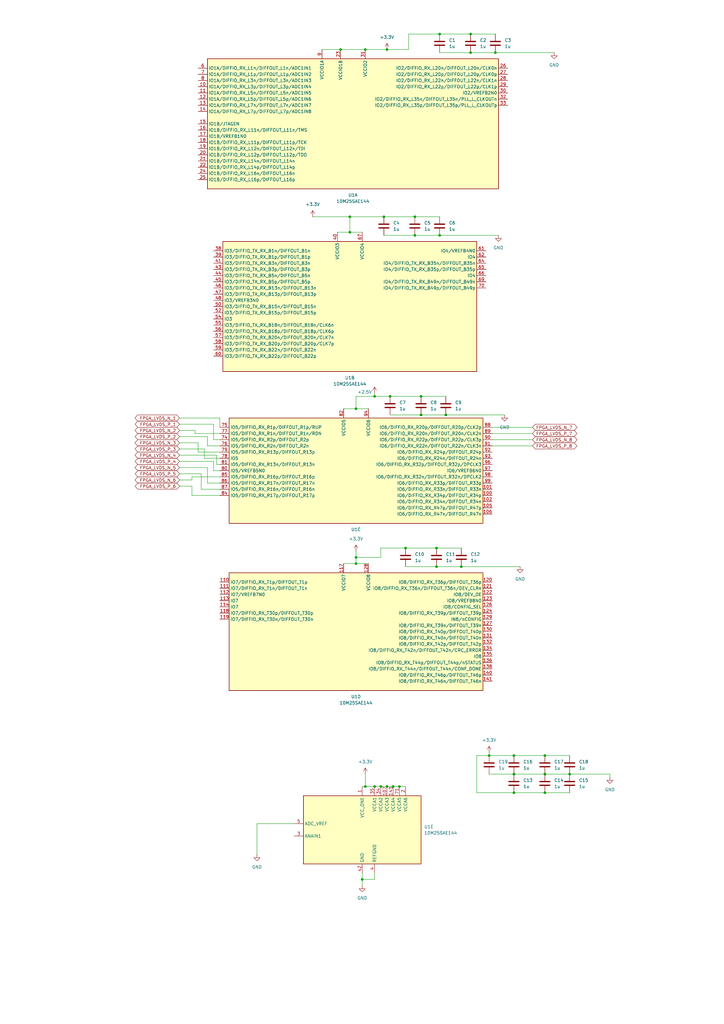
<source format=kicad_sch>
(kicad_sch (version 20231120) (generator "eeschema") (generator_version "8.0")
  (paper "A3" portrait)
  (lib_symbols
    (symbol "Device:C" (pin_numbers hide) (pin_names (offset 0.254))
      (property "Reference" "C" (at 0.635 2.54 0))
      (property "Value" "C" (at 0.635 -2.54 0))
      (symbol "C_0_1"
        (polyline (pts (xy -2.032 -0.762) (xy 2.032 -0.762)) (stroke (width 0.508)))
        (polyline (pts (xy -2.032 0.762) (xy 2.032 0.762)) (stroke (width 0.508)))
      )
      (symbol "C_1_1"
        (pin passive line (at 0 3.81 270) (length 2.794) (name "~") (number "1"))
        (pin passive line (at 0 -3.81 90) (length 2.794) (name "~") (number "2"))
      )
    )
    (symbol "Gekkio_FPGA_Intel:10M25SAE144"
      (property "Reference" "U" (at 0 0 0))
      (property "Value" "10M25SAE144" (at 0 -2.54 0))
      (symbol "10M25SAE144_1_1"
        (rectangle (start -59.69 26.67) (end 59.69 -26.67) (stroke (width 0.254)) (fill (type background)))
        (pin bidirectional line (at -63.5 15.24 0) (length 3.81) (name "IO1A/DIFFIO_RX_L3p/DIFFOUT_L3p/ADC1IN4") (number "10"))
        (pin bidirectional line (at -63.5 12.7 0) (length 3.81) (name "IO1A/DIFFIO_RX_L5n/DIFFOUT_L5n/ADC1IN5") (number "11"))
        (pin bidirectional line (at -63.5 10.16 0) (length 3.81) (name "IO1A/DIFFIO_RX_L5p/DIFFOUT_L5p/ADC1IN6") (number "12"))
        (pin bidirectional line (at -63.5 7.62 0) (length 3.81) (name "IO1A/DIFFIO_RX_L7n/DIFFOUT_L7n/ADC1IN7") (number "13"))
        (pin bidirectional line (at -63.5 5.08 0) (length 3.81) (name "IO1A/DIFFIO_RX_L7p/DIFFOUT_L7p/ADC1IN8") (number "14"))
        (pin bidirectional line (at -63.5 0 0) (length 3.81) (name "IO1B/JTAGEN") (number "15"))
        (pin bidirectional line (at -63.5 -2.54 0) (length 3.81) (name "IO1B/DIFFIO_RX_L11n/DIFFOUT_L11n/TMS") (number "16"))
        (pin bidirectional line (at -63.5 -5.08 0) (length 3.81) (name "IO1B/VREFB1N0") (number "17"))
        (pin bidirectional line (at -63.5 -7.62 0) (length 3.81) (name "IO1B/DIFFIO_RX_L11p/DIFFOUT_L11p/TCK") (number "18"))
        (pin bidirectional line (at -63.5 -10.16 0) (length 3.81) (name "IO1B/DIFFIO_RX_L12n/DIFFOUT_L12n/TDI") (number "19"))
        (pin bidirectional line (at -63.5 -12.7 0) (length 3.81) (name "IO1B/DIFFIO_RX_L12p/DIFFOUT_L12p/TDO") (number "20"))
        (pin bidirectional line (at -63.5 -15.24 0) (length 3.81) (name "IO1B/DIFFIO_RX_L14n/DIFFOUT_L14n") (number "21"))
        (pin bidirectional line (at -63.5 -17.78 0) (length 3.81) (name "IO1B/DIFFIO_RX_L14p/DIFFOUT_L14p") (number "22"))
        (pin power_in line (at -5.08 30.48 270) (length 3.81) (name "VCCIO1B") (number "23"))
        (pin bidirectional line (at -63.5 -20.32 0) (length 3.81) (name "IO1B/DIFFIO_RX_L16n/DIFFOUT_L16n") (number "24"))
        (pin bidirectional line (at -63.5 -22.86 0) (length 3.81) (name "IO1B/DIFFIO_RX_L16p/DIFFOUT_L16p") (number "25"))
        (pin bidirectional line (at 63.5 22.86 180) (length 3.81) (name "IO2/DIFFIO_RX_L20n/DIFFOUT_L20n/CLK0n") (number "26"))
        (pin bidirectional line (at 63.5 20.32 180) (length 3.81) (name "IO2/DIFFIO_RX_L20p/DIFFOUT_L20p/CLK0p") (number "27"))
        (pin bidirectional line (at 63.5 17.78 180) (length 3.81) (name "IO2/DIFFIO_RX_L22n/DIFFOUT_L22n/CLK1n") (number "28"))
        (pin bidirectional line (at 63.5 15.24 180) (length 3.81) (name "IO2/DIFFIO_RX_L22p/DIFFOUT_L22p/CLK1p") (number "29"))
        (pin bidirectional line (at 63.5 12.7 180) (length 3.81) (name "IO2/VREFB2N0") (number "30"))
        (pin power_in line (at 5.08 30.48 270) (length 3.81) (name "VCCIO2") (number "31"))
        (pin bidirectional line (at 63.5 10.16 180) (length 3.81) (name "IO2/DIFFIO_RX_L35n/DIFFOUT_L35n/PLL_L_CLKOUTn") (number "32"))
        (pin bidirectional line (at 63.5 7.62 180) (length 3.81) (name "IO2/DIFFIO_RX_L35p/DIFFOUT_L35p/PLL_L_CLKOUTp") (number "33"))
        (pin bidirectional line (at -63.5 22.86 0) (length 3.81) (name "IO1A/DIFFIO_RX_L1n/DIFFOUT_L1n/ADC1IN1") (number "6"))
        (pin bidirectional line (at -63.5 20.32 0) (length 3.81) (name "IO1A/DIFFIO_RX_L1p/DIFFOUT_L1p/ADC1IN2") (number "7"))
        (pin bidirectional line (at -63.5 17.78 0) (length 3.81) (name "IO1A/DIFFIO_RX_L3n/DIFFOUT_L3n/ADC1IN3") (number "8"))
        (pin power_in line (at -12.7 30.48 270) (length 3.81) (name "VCCIO1A") (number "9"))
      )
      (symbol "10M25SAE144_2_1"
        (rectangle (start -52.07 26.67) (end 52.07 -26.67) (stroke (width 0.254)) (fill (type background)))
        (pin bidirectional line (at -55.88 22.86 0) (length 3.81) (name "IO3/DIFFIO_TX_RX_B1n/DIFFOUT_B1n") (number "38"))
        (pin bidirectional line (at -55.88 20.32 0) (length 3.81) (name "IO3/DIFFIO_TX_RX_B1p/DIFFOUT_B1p") (number "39"))
        (pin power_in line (at -5.08 30.48 270) (length 3.81) (name "VCCIO3") (number "40"))
        (pin bidirectional line (at -55.88 17.78 0) (length 3.81) (name "IO3/DIFFIO_TX_RX_B3n/DIFFOUT_B3n") (number "41"))
        (pin bidirectional line (at -55.88 15.24 0) (length 3.81) (name "IO3/DIFFIO_TX_RX_B3p/DIFFOUT_B3p") (number "43"))
        (pin bidirectional line (at -55.88 12.7 0) (length 3.81) (name "IO3/DIFFIO_TX_RX_B5n/DIFFOUT_B5n") (number "44"))
        (pin bidirectional line (at -55.88 10.16 0) (length 3.81) (name "IO3/DIFFIO_TX_RX_B5p/DIFFOUT_B5p") (number "45"))
        (pin bidirectional line (at -55.88 7.62 0) (length 3.81) (name "IO3/DIFFIO_TX_RX_B13n/DIFFOUT_B13n") (number "46"))
        (pin bidirectional line (at -55.88 5.08 0) (length 3.81) (name "IO3/DIFFIO_TX_RX_B13p/DIFFOUT_B13p") (number "47"))
        (pin bidirectional line (at -55.88 2.54 0) (length 3.81) (name "IO3/VREFB3N0") (number "48"))
        (pin passive line (at -5.08 30.48 270) (length 3.81) hide (name "VCCIO3") (number "49"))
        (pin bidirectional line (at -55.88 0 0) (length 3.81) (name "IO3/DIFFIO_TX_RX_B15n/DIFFOUT_B15n") (number "50"))
        (pin bidirectional line (at -55.88 -2.54 0) (length 3.81) (name "IO3/DIFFIO_TX_RX_B15p/DIFFOUT_B15p") (number "52"))
        (pin bidirectional line (at -55.88 -5.08 0) (length 3.81) (name "IO3") (number "54"))
        (pin bidirectional line (at -55.88 -7.62 0) (length 3.81) (name "IO3/DIFFIO_TX_RX_B18n/DIFFOUT_B18n/CLK6n") (number "55"))
        (pin bidirectional line (at -55.88 -10.16 0) (length 3.81) (name "IO3/DIFFIO_TX_RX_B18p/DIFFOUT_B18p/CLK6p") (number "56"))
        (pin bidirectional line (at -55.88 -12.7 0) (length 3.81) (name "IO3/DIFFIO_TX_RX_B20n/DIFFOUT_B20n/CLK7n") (number "57"))
        (pin bidirectional line (at -55.88 -15.24 0) (length 3.81) (name "IO3/DIFFIO_TX_RX_B20p/DIFFOUT_B20p/CLK7p") (number "58"))
        (pin bidirectional line (at -55.88 -17.78 0) (length 3.81) (name "IO3/DIFFIO_TX_RX_B22n/DIFFOUT_B22n") (number "59"))
        (pin bidirectional line (at -55.88 -20.32 0) (length 3.81) (name "IO3/DIFFIO_TX_RX_B22p/DIFFOUT_B22p") (number "60"))
        (pin bidirectional line (at 55.88 22.86 180) (length 3.81) (name "IO4/VREFB4N0") (number "61"))
        (pin bidirectional line (at 55.88 20.32 180) (length 3.81) (name "IO4") (number "62"))
        (pin bidirectional line (at 55.88 17.78 180) (length 3.81) (name "IO4/DIFFIO_TX_RX_B35n/DIFFOUT_B35n") (number "64"))
        (pin bidirectional line (at 55.88 15.24 180) (length 3.81) (name "IO4/DIFFIO_TX_RX_B35p/DIFFOUT_B35p") (number "65"))
        (pin bidirectional line (at 55.88 12.7 180) (length 3.81) (name "IO4") (number "66"))
        (pin power_in line (at 5.08 30.48 270) (length 3.81) (name "VCCIO4") (number "67"))
        (pin bidirectional line (at 55.88 10.16 180) (length 3.81) (name "IO4/DIFFIO_TX_RX_B49n/DIFFOUT_B49n") (number "69"))
        (pin bidirectional line (at 55.88 7.62 180) (length 3.81) (name "IO4/DIFFIO_TX_RX_B49p/DIFFOUT_B49p") (number "70"))
      )
      (symbol "10M25SAE144_3_1"
        (rectangle (start -52.07 21.59) (end 52.07 -21.59) (stroke (width 0.254)) (fill (type background)))
        (pin bidirectional line (at 55.88 -10.16 180) (length 3.81) (name "IO6/DIFFIO_RX_R34p/DIFFOUT_R34p") (number "100"))
        (pin bidirectional line (at 55.88 -7.62 180) (length 3.81) (name "IO6/DIFFIO_RX_R33n/DIFFOUT_R33n") (number "101"))
        (pin bidirectional line (at 55.88 -12.7 180) (length 3.81) (name "IO6/DIFFIO_RX_R34n/DIFFOUT_R34n") (number "102"))
        (pin passive line (at 5.08 25.4 270) (length 3.81) hide (name "VCCIO6") (number "103"))
        (pin bidirectional line (at 55.88 -15.24 180) (length 3.81) (name "IO6/DIFFIO_RX_R47p/DIFFOUT_R47p") (number "105"))
        (pin bidirectional line (at 55.88 -17.78 180) (length 3.81) (name "IO6/DIFFIO_RX_R47n/DIFFOUT_R47n") (number "106"))
        (pin bidirectional line (at -55.88 12.7 0) (length 3.81) (name "IO5/DIFFIO_RX_R2p/DIFFOUT_R2p") (number "74"))
        (pin bidirectional line (at -55.88 17.78 0) (length 3.81) (name "IO5/DIFFIO_RX_R1p/DIFFOUT_R1p/RUP") (number "75"))
        (pin bidirectional line (at -55.88 10.16 0) (length 3.81) (name "IO5/DIFFIO_RX_R2n/DIFFOUT_R2n") (number "76"))
        (pin bidirectional line (at -55.88 15.24 0) (length 3.81) (name "IO5/DIFFIO_RX_R1n/DIFFOUT_R1n/RDN") (number "77"))
        (pin bidirectional line (at -55.88 5.08 0) (length 3.81) (name "IO5") (number "78"))
        (pin bidirectional line (at -55.88 7.62 0) (length 3.81) (name "IO5/DIFFIO_RX_R13p/DIFFOUT_R13p") (number "79"))
        (pin bidirectional line (at -55.88 0 0) (length 3.81) (name "IO5/VREFB5N0") (number "80"))
        (pin bidirectional line (at -55.88 2.54 0) (length 3.81) (name "IO5/DIFFIO_RX_R13n/DIFFOUT_R13n") (number "81"))
        (pin power_in line (at -5.08 25.4 270) (length 3.81) (name "VCCIO5") (number "82"))
        (pin bidirectional line (at -55.88 -10.16 0) (length 3.81) (name "IO5/DIFFIO_RX_R17p/DIFFOUT_R17p") (number "84"))
        (pin bidirectional line (at -55.88 -2.54 0) (length 3.81) (name "IO5/DIFFIO_RX_R16p/DIFFOUT_R16p") (number "85"))
        (pin bidirectional line (at -55.88 -5.08 0) (length 3.81) (name "IO5/DIFFIO_RX_R17n/DIFFOUT_R17n") (number "86"))
        (pin bidirectional line (at -55.88 -7.62 0) (length 3.81) (name "IO5/DIFFIO_RX_R16n/DIFFOUT_R16n") (number "87"))
        (pin bidirectional line (at 55.88 17.78 180) (length 3.81) (name "IO6/DIFFIO_RX_R20p/DIFFOUT_R20p/CLK2p") (number "88"))
        (pin bidirectional line (at 55.88 15.24 180) (length 3.81) (name "IO6/DIFFIO_RX_R20n/DIFFOUT_R20n/CLK2n") (number "89"))
        (pin bidirectional line (at 55.88 12.7 180) (length 3.81) (name "IO6/DIFFIO_RX_R22p/DIFFOUT_R22p/CLK3p") (number "90"))
        (pin bidirectional line (at 55.88 10.16 180) (length 3.81) (name "IO6/DIFFIO_RX_R22n/DIFFOUT_R22n/CLK3n") (number "91"))
        (pin bidirectional line (at 55.88 7.62 180) (length 3.81) (name "IO6/DIFFIO_RX_R24p/DIFFOUT_R24p") (number "92"))
        (pin bidirectional line (at 55.88 5.08 180) (length 3.81) (name "IO6/DIFFIO_RX_R24n/DIFFOUT_R24n") (number "93"))
        (pin power_in line (at 5.08 25.4 270) (length 3.81) (name "VCCIO6") (number "94"))
        (pin bidirectional line (at 55.88 2.54 180) (length 3.81) (name "IO6/DIFFIO_RX_R32p/DIFFOUT_R32p/DPCLK3") (number "96"))
        (pin bidirectional line (at 55.88 0 180) (length 3.81) (name "IO6/VREFB6N0") (number "97"))
        (pin bidirectional line (at 55.88 -2.54 180) (length 3.81) (name "IO6/DIFFIO_RX_R32n/DIFFOUT_R32n/DPCLK2") (number "98"))
        (pin bidirectional line (at 55.88 -5.08 180) (length 3.81) (name "IO6/DIFFIO_RX_R33p/DIFFOUT_R33p") (number "99"))
      )
      (symbol "10M25SAE144_4_1"
        (rectangle (start -52.07 24.13) (end 52.07 -24.13) (stroke (width 0.254)) (fill (type background)))
        (pin bidirectional line (at -55.88 20.32 0) (length 3.81) (name "IO7/DIFFIO_RX_T1p/DIFFOUT_T1p") (number "110"))
        (pin bidirectional line (at -55.88 17.78 0) (length 3.81) (name "IO7/DIFFIO_RX_T1n/DIFFOUT_T1n") (number "111"))
        (pin bidirectional line (at -55.88 15.24 0) (length 3.81) (name "IO7/VREFB7N0") (number "112"))
        (pin bidirectional line (at -55.88 12.7 0) (length 3.81) (name "IO7") (number "113"))
        (pin bidirectional line (at -55.88 10.16 0) (length 3.81) (name "IO7") (number "114"))
        (pin power_in line (at -5.08 27.94 270) (length 3.81) (name "VCCIO7") (number "117"))
        (pin bidirectional line (at -55.88 7.62 0) (length 3.81) (name "IO7/DIFFIO_RX_T30p/DIFFOUT_T30p") (number "118"))
        (pin bidirectional line (at -55.88 5.08 0) (length 3.81) (name "IO7/DIFFIO_RX_T30n/DIFFOUT_T30n") (number "119"))
        (pin bidirectional line (at 55.88 20.32 180) (length 3.81) (name "IO8/DIFFIO_RX_T36p/DIFFOUT_T36p") (number "120"))
        (pin bidirectional line (at 55.88 17.78 180) (length 3.81) (name "IO8/DIFFIO_RX_T36n/DIFFOUT_T36n/DEV_CLRn") (number "121"))
        (pin bidirectional line (at 55.88 15.24 180) (length 3.81) (name "IO8/DEV_OE") (number "122"))
        (pin bidirectional line (at 55.88 12.7 180) (length 3.81) (name "IO8/VREFB8N0") (number "123"))
        (pin bidirectional line (at 55.88 7.62 180) (length 3.81) (name "IO8/DIFFIO_RX_T39p/DIFFOUT_T39p") (number "124"))
        (pin bidirectional line (at 55.88 10.16 180) (length 3.81) (name "IO8/CONFIG_SEL") (number "126"))
        (pin bidirectional line (at 55.88 2.54 180) (length 3.81) (name "IO8/DIFFIO_RX_T39n/DIFFOUT_T39n") (number "127"))
        (pin power_in line (at 5.08 27.94 270) (length 3.81) (name "VCCIO8") (number "128"))
        (pin input line (at 55.88 5.08 180) (length 3.81) (name "IN8/nCONFIG") (number "129"))
        (pin bidirectional line (at 55.88 0 180) (length 3.81) (name "IO8/DIFFIO_RX_T40p/DIFFOUT_T40p") (number "130"))
        (pin bidirectional line (at 55.88 -2.54 180) (length 3.81) (name "IO8/DIFFIO_RX_T40n/DIFFOUT_T40n") (number "131"))
        (pin bidirectional line (at 55.88 -5.08 180) (length 3.81) (name "IO8/DIFFIO_RX_T42p/DIFFOUT_T42p") (number "132"))
        (pin bidirectional line (at 55.88 -7.62 180) (length 3.81) (name "IO8/DIFFIO_RX_T42n/DIFFOUT_T42n/CRC_ERROR") (number "134"))
        (pin bidirectional line (at 55.88 -10.16 180) (length 3.81) (name "IO8") (number "135"))
        (pin bidirectional line (at 55.88 -12.7 180) (length 3.81) (name "IO8/DIFFIO_RX_T44p/DIFFOUT_T44p/nSTATUS") (number "136"))
        (pin bidirectional line (at 55.88 -15.24 180) (length 3.81) (name "IO8/DIFFIO_RX_T44n/DIFFOUT_T44n/CONF_DONE") (number "138"))
        (pin passive line (at 5.08 27.94 270) (length 3.81) hide (name "VCCIO8") (number "139"))
        (pin bidirectional line (at 55.88 -17.78 180) (length 3.81) (name "IO8/DIFFIO_RX_T46p/DIFFOUT_T46p") (number "140"))
        (pin bidirectional line (at 55.88 -20.32 180) (length 3.81) (name "IO8/DIFFIO_RX_T46n/DIFFOUT_T46n") (number "141"))
      )
      (symbol "10M25SAE144_5_1"
        (rectangle (start -24.13 13.97) (end 24.13 -13.97) (stroke (width 0.254)) (fill (type background)))
        (pin power_in line (at 0 17.78 270) (length 3.81) (name "VCC_ONE") (number "1"))
        (pin passive line (at 0 -17.78 90) (length 3.81) hide (name "GND") (number "104"))
        (pin power_in line (at 10.16 17.78 270) (length 3.81) (name "VCCA3") (number "107"))
        (pin passive line (at 0 17.78 270) (length 3.81) hide (name "VCC_ONE") (number "108"))
        (pin passive line (at 0 17.78 270) (length 3.81) hide (name "VCC_ONE") (number "109"))
        (pin passive line (at 0 17.78 270) (length 3.81) hide (name "VCC_ONE") (number "115"))
        (pin passive line (at 0 -17.78 90) (length 3.81) hide (name "GND") (number "116"))
        (pin passive line (at 0 -17.78 90) (length 3.81) hide (name "GND") (number "125"))
        (pin passive line (at 0 -17.78 90) (length 3.81) hide (name "GND") (number "133"))
        (pin passive line (at 0 -17.78 90) (length 3.81) hide (name "GND") (number "137"))
        (pin passive line (at 0 -17.78 90) (length 3.81) hide (name "GND") (number "142"))
        (pin power_in line (at 12.7 17.78 270) (length 3.81) (name "VCCA4") (number "143"))
        (pin passive line (at 0 17.78 270) (length 3.81) hide (name "VCC_ONE") (number "144"))
        (pin passive line (at 0 -17.78 90) (length 3.81) hide (name "GND") (number "145"))
        (pin power_in line (at 17.78 17.78 270) (length 3.81) (name "VCCA6") (number "2"))
        (pin input line (at -27.94 -2.54 0) (length 3.81) (name "ANAIN1") (number "3"))
        (pin power_in line (at 7.62 17.78 270) (length 3.81) (name "VCCA2") (number "34"))
        (pin power_in line (at 5.08 17.78 270) (length 3.81) (name "VCCA1") (number "35"))
        (pin passive line (at 0 17.78 270) (length 3.81) hide (name "VCC_ONE") (number "36"))
        (pin passive line (at 0 17.78 270) (length 3.81) hide (name "VCC_ONE") (number "37"))
        (pin power_in line (at 5.08 -17.78 90) (length 3.81) (name "REFGND") (number "4"))
        (pin power_in line (at 0 -17.78 90) (length 3.81) (name "GND") (number "42"))
        (pin input line (at -27.94 2.54 0) (length 3.81) (name "ADC_VREF") (number "5"))
        (pin passive line (at 0 17.78 270) (length 3.81) hide (name "VCC_ONE") (number "51"))
        (pin passive line (at 0 -17.78 90) (length 3.81) hide (name "GND") (number "53"))
        (pin passive line (at 0 -17.78 90) (length 3.81) hide (name "GND") (number "63"))
        (pin passive line (at 0 -17.78 90) (length 3.81) hide (name "GND") (number "68"))
        (pin power_in line (at 15.24 17.78 270) (length 3.81) (name "VCCA5") (number "71"))
        (pin passive line (at 0 17.78 270) (length 3.81) hide (name "VCC_ONE") (number "72"))
        (pin passive line (at 0 17.78 270) (length 3.81) hide (name "VCC_ONE") (number "73"))
        (pin passive line (at 0 -17.78 90) (length 3.81) hide (name "GND") (number "83"))
        (pin passive line (at 0 -17.78 90) (length 3.81) hide (name "GND") (number "95"))
      )
    )
    (symbol "power:+3.3V" (power) (pin_numbers hide) (pin_names (offset 0) hide)
      (property "Value" "+3.3V" (at 0 3.556 0))
      (symbol "+3.3V_0_1"
        (polyline (pts (xy -0.762 1.27) (xy 0 2.54)))
        (polyline (pts (xy 0 0) (xy 0 2.54)))
        (polyline (pts (xy 0 2.54) (xy 0.762 1.27)))
      )
      (symbol "+3.3V_1_1"
        (pin power_in line (at 0 0 90) (length 0) (name "~") (number "1"))
      )
    )
    (symbol "power:GND" (power) (pin_numbers hide) (pin_names (offset 0) hide)
      (property "Value" "GND" (at 0 -3.81 0))
      (symbol "GND_0_1"
        (polyline (pts (xy 0 0) (xy 0 -1.27) (xy 1.27 -1.27) (xy 0 -2.54) (xy -1.27 -1.27) (xy 0 -1.27)))
      )
      (symbol "GND_1_1"
        (pin power_in line (at 0 0 270) (length 0) (name "~") (number "1"))
      )
    )
  )
  (junction (at 157.48 88.9))
  (junction (at 149.86 322.58))
  (junction (at 153.67 162.56))
  (junction (at 210.82 309.88))
  (junction (at 161.29 322.58))
  (junction (at 172.72 170.18))
  (junction (at 160.02 162.56))
  (junction (at 149.86 20.32))
  (junction (at 146.05 167.64))
  (junction (at 158.75 322.58))
  (junction (at 193.04 21.59))
  (junction (at 156.21 322.58))
  (junction (at 163.83 322.58))
  (junction (at 148.59 360.68))
  (junction (at 143.51 95.25))
  (junction (at 203.2 21.59))
  (junction (at 172.72 162.56))
  (junction (at 223.52 317.5))
  (junction (at 189.23 232.41))
  (junction (at 233.68 317.5))
  (junction (at 146.05 228.6))
  (junction (at 223.52 325.12))
  (junction (at 210.82 325.12))
  (junction (at 180.34 13.97))
  (junction (at 146.05 231.14))
  (junction (at 153.67 322.58))
  (junction (at 200.66 309.88))
  (junction (at 166.37 224.79))
  (junction (at 180.34 96.52))
  (junction (at 170.18 96.52))
  (junction (at 210.82 317.5))
  (junction (at 170.18 88.9))
  (junction (at 179.07 232.41))
  (junction (at 139.7 20.32))
  (junction (at 223.52 309.88))
  (junction (at 182.88 170.18))
  (junction (at 143.51 88.9))
  (junction (at 179.07 224.79))
  (junction (at 158.75 20.32))
  (junction (at 193.04 13.97))
  (wire (pts (xy 73.66 186.69) (xy 88.9 186.69)))
  (wire (pts (xy 146.05 162.56) (xy 153.67 162.56)))
  (wire (pts (xy 88.9 186.69) (xy 88.9 190.5)))
  (wire (pts (xy 200.66 308.61) (xy 200.66 309.88)))
  (wire (pts (xy 81.28 181.61) (xy 81.28 185.42)))
  (wire (pts (xy 87.63 173.99) (xy 87.63 180.34)))
  (wire (pts (xy 153.67 161.29) (xy 153.67 162.56)))
  (wire (pts (xy 158.75 322.58) (xy 161.29 322.58)))
  (wire (pts (xy 167.64 13.97) (xy 180.34 13.97)))
  (wire (pts (xy 148.59 363.22) (xy 148.59 360.68)))
  (wire (pts (xy 210.82 317.5) (xy 223.52 317.5)))
  (wire (pts (xy 139.7 20.32) (xy 149.86 20.32)))
  (wire (pts (xy 195.58 325.12) (xy 195.58 309.88)))
  (wire (pts (xy 87.63 189.23) (xy 73.66 189.23)))
  (wire (pts (xy 182.88 170.18) (xy 207.01 170.18)))
  (wire (pts (xy 203.2 21.59) (xy 227.33 21.59)))
  (wire (pts (xy 146.05 231.14) (xy 146.05 228.6)))
  (wire (pts (xy 250.19 318.77) (xy 250.19 317.5)))
  (wire (pts (xy 85.09 191.77) (xy 73.66 191.77)))
  (wire (pts (xy 160.02 170.18) (xy 172.72 170.18)))
  (wire (pts (xy 87.63 193.04) (xy 87.63 189.23)))
  (wire (pts (xy 193.04 21.59) (xy 203.2 21.59)))
  (wire (pts (xy 146.05 167.64) (xy 146.05 162.56)))
  (wire (pts (xy 201.93 180.34) (xy 218.44 180.34)))
  (wire (pts (xy 73.66 181.61) (xy 81.28 181.61)))
  (wire (pts (xy 90.17 193.04) (xy 87.63 193.04)))
  (wire (pts (xy 157.48 96.52) (xy 170.18 96.52)))
  (wire (pts (xy 170.18 88.9) (xy 180.34 88.9)))
  (wire (pts (xy 90.17 198.12) (xy 85.09 198.12)))
  (wire (pts (xy 143.51 95.25) (xy 148.59 95.25)))
  (wire (pts (xy 143.51 88.9) (xy 157.48 88.9)))
  (wire (pts (xy 105.41 337.82) (xy 105.41 350.52)))
  (wire (pts (xy 210.82 325.12) (xy 195.58 325.12)))
  (wire (pts (xy 87.63 180.34) (xy 90.17 180.34)))
  (wire (pts (xy 88.9 190.5) (xy 90.17 190.5)))
  (wire (pts (xy 82.55 194.31) (xy 73.66 194.31)))
  (wire (pts (xy 163.83 322.58) (xy 166.37 322.58)))
  (wire (pts (xy 73.66 171.45) (xy 90.17 171.45)))
  (wire (pts (xy 82.55 200.66) (xy 82.55 194.31)))
  (wire (pts (xy 201.93 175.26) (xy 218.44 175.26)))
  (wire (pts (xy 149.86 322.58) (xy 153.67 322.58)))
  (wire (pts (xy 148.59 322.58) (xy 149.86 322.58)))
  (wire (pts (xy 189.23 232.41) (xy 213.36 232.41)))
  (wire (pts (xy 233.68 317.5) (xy 250.19 317.5)))
  (wire (pts (xy 90.17 200.66) (xy 82.55 200.66)))
  (wire (pts (xy 78.74 199.39) (xy 73.66 199.39)))
  (wire (pts (xy 153.67 162.56) (xy 160.02 162.56)))
  (wire (pts (xy 146.05 228.6) (xy 146.05 226.06)))
  (wire (pts (xy 146.05 167.64) (xy 151.13 167.64)))
  (wire (pts (xy 149.86 20.32) (xy 158.75 20.32)))
  (wire (pts (xy 146.05 231.14) (xy 151.13 231.14)))
  (wire (pts (xy 200.66 317.5) (xy 210.82 317.5)))
  (wire (pts (xy 90.17 177.8) (xy 80.01 177.8)))
  (wire (pts (xy 153.67 322.58) (xy 156.21 322.58)))
  (wire (pts (xy 180.34 13.97) (xy 193.04 13.97)))
  (wire (pts (xy 80.01 176.53) (xy 73.66 176.53)))
  (wire (pts (xy 156.21 224.79) (xy 156.21 228.6)))
  (wire (pts (xy 193.04 13.97) (xy 203.2 13.97)))
  (wire (pts (xy 195.58 309.88) (xy 200.66 309.88)))
  (wire (pts (xy 78.74 203.2) (xy 78.74 199.39)))
  (wire (pts (xy 90.17 171.45) (xy 90.17 175.26)))
  (wire (pts (xy 81.28 185.42) (xy 90.17 185.42)))
  (wire (pts (xy 156.21 228.6) (xy 146.05 228.6)))
  (wire (pts (xy 201.93 182.88) (xy 218.44 182.88)))
  (wire (pts (xy 149.86 317.5) (xy 149.86 322.58)))
  (wire (pts (xy 138.43 95.25) (xy 143.51 95.25)))
  (wire (pts (xy 223.52 325.12) (xy 210.82 325.12)))
  (wire (pts (xy 161.29 322.58) (xy 163.83 322.58)))
  (wire (pts (xy 120.65 337.82) (xy 105.41 337.82)))
  (wire (pts (xy 156.21 224.79) (xy 166.37 224.79)))
  (wire (pts (xy 170.18 96.52) (xy 180.34 96.52)))
  (wire (pts (xy 85.09 191.77) (xy 85.09 198.12)))
  (wire (pts (xy 90.17 203.2) (xy 78.74 203.2)))
  (wire (pts (xy 140.97 167.64) (xy 146.05 167.64)))
  (wire (pts (xy 167.64 13.97) (xy 167.64 20.32)))
  (wire (pts (xy 140.97 231.14) (xy 146.05 231.14)))
  (wire (pts (xy 158.75 20.32) (xy 167.64 20.32)))
  (wire (pts (xy 85.09 179.07) (xy 85.09 182.88)))
  (wire (pts (xy 83.82 184.15) (xy 83.82 187.96)))
  (wire (pts (xy 83.82 187.96) (xy 90.17 187.96)))
  (wire (pts (xy 132.08 20.32) (xy 139.7 20.32)))
  (wire (pts (xy 73.66 179.07) (xy 85.09 179.07)))
  (wire (pts (xy 78.74 195.58) (xy 78.74 196.85)))
  (wire (pts (xy 73.66 173.99) (xy 87.63 173.99)))
  (wire (pts (xy 148.59 360.68) (xy 148.59 358.14)))
  (wire (pts (xy 73.66 184.15) (xy 83.82 184.15)))
  (wire (pts (xy 80.01 177.8) (xy 80.01 176.53)))
  (wire (pts (xy 172.72 162.56) (xy 182.88 162.56)))
  (wire (pts (xy 128.27 88.9) (xy 143.51 88.9)))
  (wire (pts (xy 166.37 232.41) (xy 179.07 232.41)))
  (wire (pts (xy 85.09 182.88) (xy 90.17 182.88)))
  (wire (pts (xy 180.34 96.52) (xy 204.47 96.52)))
  (wire (pts (xy 210.82 309.88) (xy 223.52 309.88)))
  (wire (pts (xy 172.72 170.18) (xy 182.88 170.18)))
  (wire (pts (xy 179.07 224.79) (xy 189.23 224.79)))
  (wire (pts (xy 223.52 317.5) (xy 233.68 317.5)))
  (wire (pts (xy 143.51 88.9) (xy 143.51 95.25)))
  (wire (pts (xy 223.52 309.88) (xy 233.68 309.88)))
  (wire (pts (xy 153.67 358.14) (xy 153.67 360.68)))
  (wire (pts (xy 200.66 309.88) (xy 210.82 309.88)))
  (wire (pts (xy 201.93 177.8) (xy 218.44 177.8)))
  (wire (pts (xy 156.21 322.58) (xy 158.75 322.58)))
  (wire (pts (xy 179.07 232.41) (xy 189.23 232.41)))
  (wire (pts (xy 148.59 360.68) (xy 153.67 360.68)))
  (wire (pts (xy 160.02 162.56) (xy 172.72 162.56)))
  (wire (pts (xy 90.17 195.58) (xy 78.74 195.58)))
  (wire (pts (xy 180.34 21.59) (xy 193.04 21.59)))
  (wire (pts (xy 157.48 88.9) (xy 170.18 88.9)))
  (wire (pts (xy 166.37 224.79) (xy 179.07 224.79)))
  (wire (pts (xy 233.68 325.12) (xy 223.52 325.12)))
  (wire (pts (xy 78.74 196.85) (xy 73.66 196.85)))
  (global_label "FPGA_LVDS_N_5" (shape bidirectional) (at 73.66 191.77 180) (property "Intersheetrefs" "${INTERSHEET_REFS}" (at 55.072 191.77 0) (effects (justify right))))
  (global_label "FPGA_LVDS_P_5" (shape bidirectional) (at 73.66 194.31 180) (property "Intersheetrefs" "${INTERSHEET_REFS}" (at 55.072 194.31 0) (effects (justify right))))
  (global_label "FPGA_LVDS_N_7" (shape bidirectional) (at 218.44 175.26 0) (property "Intersheetrefs" "${INTERSHEET_REFS}" (at 237.028 175.26 0) (effects (justify left))))
  (global_label "FPGA_LVDS_N_3" (shape bidirectional) (at 73.66 181.61 180) (property "Intersheetrefs" "${INTERSHEET_REFS}" (at 55.072 181.61 0) (effects (justify right))))
  (global_label "FPGA_LVDS_N_6" (shape bidirectional) (at 73.66 196.85 180) (property "Intersheetrefs" "${INTERSHEET_REFS}" (at 55.072 196.85 0) (effects (justify right))))
  (global_label "FPGA_LVDS_N_8" (shape bidirectional) (at 218.44 180.34 0) (property "Intersheetrefs" "${INTERSHEET_REFS}" (at 237.028 180.34 0) (effects (justify left))))
  (global_label "FPGA_LVDS_N_4" (shape bidirectional) (at 73.66 186.69 180) (property "Intersheetrefs" "${INTERSHEET_REFS}" (at 55.072 186.69 0) (effects (justify right))))
  (global_label "FPGA_LVDS_P_2" (shape bidirectional) (at 73.66 179.07 180) (property "Intersheetrefs" "${INTERSHEET_REFS}" (at 55.072 179.07 0) (effects (justify right))))
  (global_label "FPGA_LVDS_P_1" (shape bidirectional) (at 73.66 173.99 180) (property "Intersheetrefs" "${INTERSHEET_REFS}" (at 55.9791 173.99 0) (effects (justify right))))
  (global_label "FPGA_LVDS_P_8" (shape bidirectional) (at 218.44 182.88 0) (property "Intersheetrefs" "${INTERSHEET_REFS}" (at 237.028 182.88 0) (effects (justify left))))
  (global_label "FPGA_LVDS_P_6" (shape bidirectional) (at 73.66 199.39 180) (property "Intersheetrefs" "${INTERSHEET_REFS}" (at 55.072 199.39 0) (effects (justify right))))
  (global_label "FPGA_LVDS_P_4" (shape bidirectional) (at 73.66 189.23 180) (property "Intersheetrefs" "${INTERSHEET_REFS}" (at 55.072 189.23 0) (effects (justify right))))
  (global_label "FPGA_LVDS_P_7" (shape bidirectional) (at 218.44 177.8 0) (property "Intersheetrefs" "${INTERSHEET_REFS}" (at 237.028 177.8 0) (effects (justify left))))
  (global_label "FPGA_LVDS_N_2" (shape bidirectional) (at 73.66 176.53 180) (property "Intersheetrefs" "${INTERSHEET_REFS}" (at 55.072 176.53 0) (effects (justify right))))
  (global_label "FPGA_LVDS_P_3" (shape bidirectional) (at 73.66 184.15 180) (property "Intersheetrefs" "${INTERSHEET_REFS}" (at 55.072 184.15 0) (effects (justify right))))
  (global_label "FPGA_LVDS_N_1" (shape bidirectional) (at 73.66 171.45 180) (property "Intersheetrefs" "${INTERSHEET_REFS}" (at 55.9791 171.45 0) (effects (justify right))))
  (symbol (lib_id "power:GND") (at 148.59 363.22 0) (unit 1)
    (property "Reference" "#PWR011" (effects (hide yes)))
    (property "Value" "GND" (at 148.59 368.3 0))
    (property "Description" "Power symbol creates a global label with name \"GND\" , ground" (effects (hide yes)))
  )
  (symbol (lib_id "Device:C") (at 193.04 17.78 0) (unit 1)
    (property "Reference" "C2" (at 196.85 16.5099 0) (effects (justify left)))
    (property "Value" "1u" (at 196.85 19.0499 0) (effects (justify left)))
    (property "Footprint" "Capacitor_SMD:C_0805_2012Metric" (effects (hide yes)))
    (property "Description" "Unpolarized capacitor" (effects (hide yes)))
  )
  (symbol (lib_id "power:+3.3V") (at 153.67 161.29 0) (unit 1)
    (property "Reference" "#PWR015" (effects (hide yes)))
    (property "Value" "+2.5V" (at 149.606 160.782 0))
    (property "Description" "Power symbol creates a global label with name \"+3.3V\"" (effects (hide yes)))
  )
  (symbol (lib_id "Device:C") (at 189.23 228.6 0) (unit 1)
    (property "Reference" "C12" (at 193.04 227.3299 0) (effects (justify left)))
    (property "Value" "1u" (at 193.04 229.8699 0) (effects (justify left)))
    (property "Footprint" "Capacitor_SMD:C_0805_2012Metric" (effects (hide yes)))
    (property "Description" "Unpolarized capacitor" (effects (hide yes)))
  )
  (symbol (lib_id "Device:C") (at 160.02 166.37 0) (unit 1)
    (property "Reference" "C7" (at 163.83 165.0999 0) (effects (justify left)))
    (property "Value" "1u" (at 163.83 167.6399 0) (effects (justify left)))
    (property "Footprint" "Capacitor_SMD:C_0805_2012Metric" (effects (hide yes)))
    (property "Description" "Unpolarized capacitor" (effects (hide yes)))
  )
  (symbol (lib_id "Gekkio_FPGA_Intel:10M25SAE144") (at 143.51 125.73 0) (unit 2)
    (property "Reference" "U1" (at 143.51 154.94 0))
    (property "Value" "10M25SAE144" (at 143.51 157.48 0))
    (property "Footprint" "Package_QFP:EQFP-144-1EP_20x20mm_P0.5mm_EP5x5mm" (effects (hide yes)))
    (property "Datasheet" "https://www.intel.com/content/dam/www/programmable/us/en/pdfs/literature/hb/max-10/m10_overview.pdf" (effects (hide yes)))
    (property "Description" "MAX 10 FPGA, 25000 LE, single supply, analog and flash, EQFP-144" (effects (hide yes)))
  )
  (symbol (lib_id "Device:C") (at 223.52 321.31 0) (unit 1)
    (property "Reference" "C14" (at 227.33 320.0399 0) (effects (justify left)))
    (property "Value" "1u" (at 227.33 322.5799 0) (effects (justify left)))
    (property "Footprint" "Capacitor_SMD:C_0805_2012Metric" (effects (hide yes)))
    (property "Description" "Unpolarized capacitor" (effects (hide yes)))
  )
  (symbol (lib_id "Gekkio_FPGA_Intel:10M25SAE144") (at 144.78 50.8 0) (unit 1)
    (property "Reference" "U1" (at 144.78 80.01 0))
    (property "Value" "10M25SAE144" (at 144.78 82.55 0))
    (property "Footprint" "Package_QFP:EQFP-144-1EP_20x20mm_P0.5mm_EP5x5mm" (effects (hide yes)))
    (property "Datasheet" "https://www.intel.com/content/dam/www/programmable/us/en/pdfs/literature/hb/max-10/m10_overview.pdf" (effects (hide yes)))
    (property "Description" "MAX 10 FPGA, 25000 LE, single supply, analog and flash, EQFP-144" (effects (hide yes)))
  )
  (symbol (lib_id "Device:C") (at 203.2 17.78 0) (unit 1)
    (property "Reference" "C3" (at 207.01 16.5099 0) (effects (justify left)))
    (property "Value" "1u" (at 207.01 19.0499 0) (effects (justify left)))
    (property "Footprint" "Capacitor_SMD:C_0805_2012Metric" (effects (hide yes)))
    (property "Description" "Unpolarized capacitor" (effects (hide yes)))
  )
  (symbol (lib_id "Device:C") (at 182.88 166.37 0) (unit 1)
    (property "Reference" "C9" (at 186.69 165.0999 0) (effects (justify left)))
    (property "Value" "1u" (at 186.69 167.6399 0) (effects (justify left)))
    (property "Footprint" "Capacitor_SMD:C_0805_2012Metric" (effects (hide yes)))
    (property "Description" "Unpolarized capacitor" (effects (hide yes)))
  )
  (symbol (lib_id "power:GND") (at 213.36 232.41 0) (unit 1)
    (property "Reference" "#PWR022" (effects (hide yes)))
    (property "Value" "GND" (at 213.36 237.49 0))
    (property "Description" "Power symbol creates a global label with name \"GND\" , ground" (effects (hide yes)))
  )
  (symbol (lib_id "Device:C") (at 180.34 92.71 0) (unit 1)
    (property "Reference" "C6" (at 184.15 91.4399 0) (effects (justify left)))
    (property "Value" "1u" (at 184.15 93.9799 0) (effects (justify left)))
    (property "Footprint" "Capacitor_SMD:C_0805_2012Metric" (effects (hide yes)))
    (property "Description" "Unpolarized capacitor" (effects (hide yes)))
  )
  (symbol (lib_id "Gekkio_FPGA_Intel:10M25SAE144") (at 146.05 193.04 0) (unit 3)
    (property "Reference" "U1" (at 146.05 217.17 0))
    (property "Value" "10M25SAE144" (effects (hide yes)))
    (property "Footprint" "Package_QFP:EQFP-144-1EP_20x20mm_P0.5mm_EP5x5mm" (effects (hide yes)))
    (property "Datasheet" "https://www.intel.com/content/dam/www/programmable/us/en/pdfs/literature/hb/max-10/m10_overview.pdf" (effects (hide yes)))
    (property "Description" "MAX 10 FPGA, 25000 LE, single supply, analog and flash, EQFP-144" (effects (hide yes)))
  )
  (symbol (lib_id "Device:C") (at 210.82 321.31 0) (unit 1)
    (property "Reference" "C13" (at 214.63 320.0399 0) (effects (justify left)))
    (property "Value" "1u" (at 214.63 322.5799 0) (effects (justify left)))
    (property "Footprint" "Capacitor_SMD:C_0805_2012Metric" (effects (hide yes)))
    (property "Description" "Unpolarized capacitor" (effects (hide yes)))
  )
  (symbol (lib_id "power:GND") (at 204.47 96.52 0) (unit 1)
    (property "Reference" "#PWR020" (effects (hide yes)))
    (property "Value" "GND" (at 204.47 101.6 0))
    (property "Description" "Power symbol creates a global label with name \"GND\" , ground" (effects (hide yes)))
  )
  (symbol (lib_id "power:+3.3V") (at 149.86 317.5 0) (unit 1)
    (property "Reference" "#PWR010" (effects (hide yes)))
    (property "Value" "+3.3V" (at 149.86 312.42 0))
    (property "Description" "Power symbol creates a global label with name \"+3.3V\"" (effects (hide yes)))
  )
  (symbol (lib_id "Device:C") (at 179.07 228.6 0) (unit 1)
    (property "Reference" "C11" (at 182.88 227.3299 0) (effects (justify left)))
    (property "Value" "1u" (at 182.88 229.8699 0) (effects (justify left)))
    (property "Footprint" "Capacitor_SMD:C_0805_2012Metric" (effects (hide yes)))
    (property "Description" "Unpolarized capacitor" (effects (hide yes)))
  )
  (symbol (lib_id "Device:C") (at 223.52 313.69 0) (unit 1)
    (property "Reference" "C17" (at 227.33 312.4199 0) (effects (justify left)))
    (property "Value" "1u" (at 227.33 314.9599 0) (effects (justify left)))
    (property "Footprint" "Capacitor_SMD:C_0805_2012Metric" (effects (hide yes)))
    (property "Description" "Unpolarized capacitor" (effects (hide yes)))
  )
  (symbol (lib_id "Gekkio_FPGA_Intel:10M25SAE144") (at 146.05 259.08 0) (unit 4)
    (property "Reference" "U1" (at 146.05 285.75 0))
    (property "Value" "10M25SAE144" (at 146.05 288.29 0))
    (property "Footprint" "Package_QFP:EQFP-144-1EP_20x20mm_P0.5mm_EP5x5mm" (effects (hide yes)))
    (property "Datasheet" "https://www.intel.com/content/dam/www/programmable/us/en/pdfs/literature/hb/max-10/m10_overview.pdf" (effects (hide yes)))
    (property "Description" "MAX 10 FPGA, 25000 LE, single supply, analog and flash, EQFP-144" (effects (hide yes)))
  )
  (symbol (lib_id "Device:C") (at 233.68 321.31 0) (unit 1)
    (property "Reference" "C15" (at 237.49 320.0399 0) (effects (justify left)))
    (property "Value" "1u" (at 237.49 322.5799 0) (effects (justify left)))
    (property "Footprint" "Capacitor_SMD:C_0805_2012Metric" (effects (hide yes)))
    (property "Description" "Unpolarized capacitor" (effects (hide yes)))
  )
  (symbol (lib_id "power:GND") (at 207.01 170.18 0) (unit 1)
    (property "Reference" "#PWR021" (effects (hide yes)))
    (property "Value" "GND" (at 207.01 175.26 0))
    (property "Description" "Power symbol creates a global label with name \"GND\" , ground" (effects (hide yes)))
  )
  (symbol (lib_id "power:+3.3V") (at 146.05 226.06 0) (unit 1)
    (property "Reference" "#PWR013" (effects (hide yes)))
    (property "Value" "+3.3V" (at 146.05 220.98 0))
    (property "Description" "Power symbol creates a global label with name \"+3.3V\"" (effects (hide yes)))
  )
  (symbol (lib_id "Device:C") (at 200.66 313.69 0) (unit 1)
    (property "Reference" "C19" (at 204.47 312.4199 0) (effects (justify left)))
    (property "Value" "1u" (at 204.47 314.9599 0) (effects (justify left)))
    (property "Footprint" "Capacitor_SMD:C_0805_2012Metric" (effects (hide yes)))
    (property "Description" "Unpolarized capacitor" (effects (hide yes)))
  )
  (symbol (lib_id "Gekkio_FPGA_Intel:10M25SAE144") (at 148.59 340.36 0) (unit 5)
    (property "Reference" "U1" (at 173.99 339.0899 0) (effects (justify left)))
    (property "Value" "10M25SAE144" (at 173.99 341.6299 0) (effects (justify left)))
    (property "Footprint" "Package_QFP:EQFP-144-1EP_20x20mm_P0.5mm_EP5x5mm" (effects (hide yes)))
    (property "Datasheet" "https://www.intel.com/content/dam/www/programmable/us/en/pdfs/literature/hb/max-10/m10_overview.pdf" (effects (hide yes)))
    (property "Description" "MAX 10 FPGA, 25000 LE, single supply, analog and flash, EQFP-144" (effects (hide yes)))
  )
  (symbol (lib_id "power:+3.3V") (at 200.66 308.61 0) (unit 1)
    (property "Reference" "#PWR023" (effects (hide yes)))
    (property "Value" "+3.3V" (at 200.66 303.53 0))
    (property "Description" "Power symbol creates a global label with name \"+3.3V\"" (effects (hide yes)))
  )
  (symbol (lib_id "power:+3.3V") (at 158.75 20.32 0) (unit 1)
    (property "Reference" "#PWR012" (effects (hide yes)))
    (property "Value" "+3.3V" (at 158.75 15.24 0))
    (property "Description" "Power symbol creates a global label with name \"+3.3V\"" (effects (hide yes)))
  )
  (symbol (lib_id "Device:C") (at 157.48 92.71 0) (unit 1)
    (property "Reference" "C4" (at 161.29 91.4399 0) (effects (justify left)))
    (property "Value" "1u" (at 161.29 93.9799 0) (effects (justify left)))
    (property "Footprint" "Capacitor_SMD:C_0805_2012Metric" (effects (hide yes)))
    (property "Description" "Unpolarized capacitor" (effects (hide yes)))
  )
  (symbol (lib_id "power:GND") (at 227.33 21.59 0) (unit 1)
    (property "Reference" "#PWR019" (effects (hide yes)))
    (property "Value" "GND" (at 227.33 26.67 0))
    (property "Description" "Power symbol creates a global label with name \"GND\" , ground" (effects (hide yes)))
  )
  (symbol (lib_id "Device:C") (at 170.18 92.71 0) (unit 1)
    (property "Reference" "C5" (at 173.99 91.4399 0) (effects (justify left)))
    (property "Value" "1u" (at 173.99 93.9799 0) (effects (justify left)))
    (property "Footprint" "Capacitor_SMD:C_0805_2012Metric" (effects (hide yes)))
    (property "Description" "Unpolarized capacitor" (effects (hide yes)))
  )
  (symbol (lib_id "Device:C") (at 166.37 228.6 0) (unit 1)
    (property "Reference" "C10" (at 170.18 227.3299 0) (effects (justify left)))
    (property "Value" "1u" (at 170.18 229.8699 0) (effects (justify left)))
    (property "Footprint" "Capacitor_SMD:C_0805_2012Metric" (effects (hide yes)))
    (property "Description" "Unpolarized capacitor" (effects (hide yes)))
  )
  (symbol (lib_id "Device:C") (at 172.72 166.37 0) (unit 1)
    (property "Reference" "C8" (at 176.53 165.0999 0) (effects (justify left)))
    (property "Value" "1u" (at 176.53 167.6399 0) (effects (justify left)))
    (property "Footprint" "Capacitor_SMD:C_0805_2012Metric" (effects (hide yes)))
    (property "Description" "Unpolarized capacitor" (effects (hide yes)))
  )
  (symbol (lib_id "power:GND") (at 105.41 350.52 0) (unit 1)
    (property "Reference" "#PWR025" (effects (hide yes)))
    (property "Value" "GND" (at 105.41 355.6 0))
    (property "Description" "Power symbol creates a global label with name \"GND\" , ground" (effects (hide yes)))
  )
  (symbol (lib_id "power:+3.3V") (at 128.27 88.9 0) (unit 1)
    (property "Reference" "#PWR014" (effects (hide yes)))
    (property "Value" "+3.3V" (at 128.27 83.82 0))
    (property "Description" "Power symbol creates a global label with name \"+3.3V\"" (effects (hide yes)))
  )
  (symbol (lib_id "Device:C") (at 233.68 313.69 0) (unit 1)
    (property "Reference" "C18" (at 237.49 312.4199 0) (effects (justify left)))
    (property "Value" "1u" (at 237.49 314.9599 0) (effects (justify left)))
    (property "Footprint" "Capacitor_SMD:C_0805_2012Metric" (effects (hide yes)))
    (property "Description" "Unpolarized capacitor" (effects (hide yes)))
  )
  (symbol (lib_id "power:GND") (at 250.19 318.77 0) (unit 1)
    (property "Reference" "#PWR024" (effects (hide yes)))
    (property "Value" "GND" (at 250.19 323.85 0))
    (property "Description" "Power symbol creates a global label with name \"GND\" , ground" (effects (hide yes)))
  )
  (symbol (lib_id "Device:C") (at 210.82 313.69 0) (unit 1)
    (property "Reference" "C16" (at 214.63 312.4199 0) (effects (justify left)))
    (property "Value" "1u" (at 214.63 314.9599 0) (effects (justify left)))
    (property "Footprint" "Capacitor_SMD:C_0805_2012Metric" (effects (hide yes)))
    (property "Description" "Unpolarized capacitor" (effects (hide yes)))
  )
  (symbol (lib_id "Device:C") (at 180.34 17.78 0) (unit 1)
    (property "Reference" "C1" (at 184.15 16.5099 0) (effects (justify left)))
    (property "Value" "1u" (at 184.15 19.0499 0) (effects (justify left)))
    (property "Footprint" "Capacitor_SMD:C_0805_2012Metric" (effects (hide yes)))
    (property "Description" "Unpolarized capacitor" (effects (hide yes)))
  )
)
</source>
